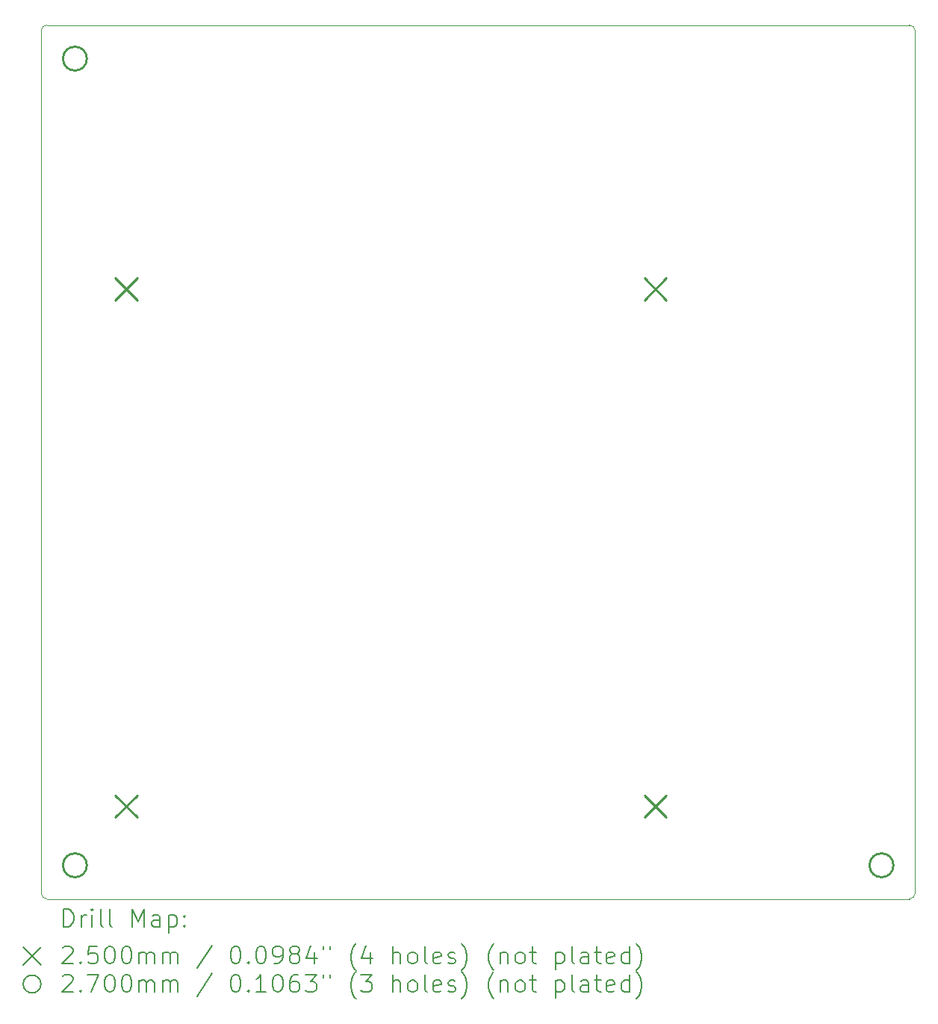
<source format=gbr>
%TF.GenerationSoftware,KiCad,Pcbnew,6.0.9-8da3e8f707~116~ubuntu20.04.1*%
%TF.CreationDate,2022-12-22T22:59:13+01:00*%
%TF.ProjectId,display_10dig,64697370-6c61-4795-9f31-306469672e6b,rev?*%
%TF.SameCoordinates,Original*%
%TF.FileFunction,Drillmap*%
%TF.FilePolarity,Positive*%
%FSLAX45Y45*%
G04 Gerber Fmt 4.5, Leading zero omitted, Abs format (unit mm)*
G04 Created by KiCad (PCBNEW 6.0.9-8da3e8f707~116~ubuntu20.04.1) date 2022-12-22 22:59:13*
%MOMM*%
%LPD*%
G01*
G04 APERTURE LIST*
%ADD10C,0.100000*%
%ADD11C,0.200000*%
%ADD12C,0.250000*%
%ADD13C,0.270000*%
G04 APERTURE END LIST*
D10*
X6159500Y-4572000D02*
X15938500Y-4572000D01*
X15938500Y-14478000D02*
G75*
G03*
X16002000Y-14414500I0J63500D01*
G01*
X16002000Y-4635500D02*
X16002000Y-14414500D01*
X15938500Y-14478000D02*
X6159500Y-14478000D01*
X6159500Y-4572000D02*
G75*
G03*
X6096000Y-4635500I0J-63500D01*
G01*
X6096000Y-14414500D02*
G75*
G03*
X6159500Y-14478000I63500J0D01*
G01*
X16002000Y-4635500D02*
G75*
G03*
X15938500Y-4572000I-63500J0D01*
G01*
X6096000Y-14414500D02*
X6096000Y-4635500D01*
D11*
D12*
X6933400Y-7441400D02*
X7183400Y-7691400D01*
X7183400Y-7441400D02*
X6933400Y-7691400D01*
X6933400Y-13301400D02*
X7183400Y-13551400D01*
X7183400Y-13301400D02*
X6933400Y-13551400D01*
X12933400Y-7441400D02*
X13183400Y-7691400D01*
X13183400Y-7441400D02*
X12933400Y-7691400D01*
X12933400Y-13301400D02*
X13183400Y-13551400D01*
X13183400Y-13301400D02*
X12933400Y-13551400D01*
D13*
X6612000Y-4953000D02*
G75*
G03*
X6612000Y-4953000I-135000J0D01*
G01*
X6612000Y-14097000D02*
G75*
G03*
X6612000Y-14097000I-135000J0D01*
G01*
X15756000Y-14097000D02*
G75*
G03*
X15756000Y-14097000I-135000J0D01*
G01*
D11*
X6348619Y-14793476D02*
X6348619Y-14593476D01*
X6396238Y-14593476D01*
X6424809Y-14603000D01*
X6443857Y-14622048D01*
X6453381Y-14641095D01*
X6462905Y-14679190D01*
X6462905Y-14707762D01*
X6453381Y-14745857D01*
X6443857Y-14764905D01*
X6424809Y-14783952D01*
X6396238Y-14793476D01*
X6348619Y-14793476D01*
X6548619Y-14793476D02*
X6548619Y-14660143D01*
X6548619Y-14698238D02*
X6558143Y-14679190D01*
X6567667Y-14669667D01*
X6586714Y-14660143D01*
X6605762Y-14660143D01*
X6672428Y-14793476D02*
X6672428Y-14660143D01*
X6672428Y-14593476D02*
X6662905Y-14603000D01*
X6672428Y-14612524D01*
X6681952Y-14603000D01*
X6672428Y-14593476D01*
X6672428Y-14612524D01*
X6796238Y-14793476D02*
X6777190Y-14783952D01*
X6767667Y-14764905D01*
X6767667Y-14593476D01*
X6901000Y-14793476D02*
X6881952Y-14783952D01*
X6872428Y-14764905D01*
X6872428Y-14593476D01*
X7129571Y-14793476D02*
X7129571Y-14593476D01*
X7196238Y-14736333D01*
X7262905Y-14593476D01*
X7262905Y-14793476D01*
X7443857Y-14793476D02*
X7443857Y-14688714D01*
X7434333Y-14669667D01*
X7415286Y-14660143D01*
X7377190Y-14660143D01*
X7358143Y-14669667D01*
X7443857Y-14783952D02*
X7424809Y-14793476D01*
X7377190Y-14793476D01*
X7358143Y-14783952D01*
X7348619Y-14764905D01*
X7348619Y-14745857D01*
X7358143Y-14726809D01*
X7377190Y-14717286D01*
X7424809Y-14717286D01*
X7443857Y-14707762D01*
X7539095Y-14660143D02*
X7539095Y-14860143D01*
X7539095Y-14669667D02*
X7558143Y-14660143D01*
X7596238Y-14660143D01*
X7615286Y-14669667D01*
X7624809Y-14679190D01*
X7634333Y-14698238D01*
X7634333Y-14755381D01*
X7624809Y-14774428D01*
X7615286Y-14783952D01*
X7596238Y-14793476D01*
X7558143Y-14793476D01*
X7539095Y-14783952D01*
X7720048Y-14774428D02*
X7729571Y-14783952D01*
X7720048Y-14793476D01*
X7710524Y-14783952D01*
X7720048Y-14774428D01*
X7720048Y-14793476D01*
X7720048Y-14669667D02*
X7729571Y-14679190D01*
X7720048Y-14688714D01*
X7710524Y-14679190D01*
X7720048Y-14669667D01*
X7720048Y-14688714D01*
X5891000Y-15023000D02*
X6091000Y-15223000D01*
X6091000Y-15023000D02*
X5891000Y-15223000D01*
X6339095Y-15032524D02*
X6348619Y-15023000D01*
X6367667Y-15013476D01*
X6415286Y-15013476D01*
X6434333Y-15023000D01*
X6443857Y-15032524D01*
X6453381Y-15051571D01*
X6453381Y-15070619D01*
X6443857Y-15099190D01*
X6329571Y-15213476D01*
X6453381Y-15213476D01*
X6539095Y-15194428D02*
X6548619Y-15203952D01*
X6539095Y-15213476D01*
X6529571Y-15203952D01*
X6539095Y-15194428D01*
X6539095Y-15213476D01*
X6729571Y-15013476D02*
X6634333Y-15013476D01*
X6624809Y-15108714D01*
X6634333Y-15099190D01*
X6653381Y-15089667D01*
X6701000Y-15089667D01*
X6720048Y-15099190D01*
X6729571Y-15108714D01*
X6739095Y-15127762D01*
X6739095Y-15175381D01*
X6729571Y-15194428D01*
X6720048Y-15203952D01*
X6701000Y-15213476D01*
X6653381Y-15213476D01*
X6634333Y-15203952D01*
X6624809Y-15194428D01*
X6862905Y-15013476D02*
X6881952Y-15013476D01*
X6901000Y-15023000D01*
X6910524Y-15032524D01*
X6920048Y-15051571D01*
X6929571Y-15089667D01*
X6929571Y-15137286D01*
X6920048Y-15175381D01*
X6910524Y-15194428D01*
X6901000Y-15203952D01*
X6881952Y-15213476D01*
X6862905Y-15213476D01*
X6843857Y-15203952D01*
X6834333Y-15194428D01*
X6824809Y-15175381D01*
X6815286Y-15137286D01*
X6815286Y-15089667D01*
X6824809Y-15051571D01*
X6834333Y-15032524D01*
X6843857Y-15023000D01*
X6862905Y-15013476D01*
X7053381Y-15013476D02*
X7072428Y-15013476D01*
X7091476Y-15023000D01*
X7101000Y-15032524D01*
X7110524Y-15051571D01*
X7120048Y-15089667D01*
X7120048Y-15137286D01*
X7110524Y-15175381D01*
X7101000Y-15194428D01*
X7091476Y-15203952D01*
X7072428Y-15213476D01*
X7053381Y-15213476D01*
X7034333Y-15203952D01*
X7024809Y-15194428D01*
X7015286Y-15175381D01*
X7005762Y-15137286D01*
X7005762Y-15089667D01*
X7015286Y-15051571D01*
X7024809Y-15032524D01*
X7034333Y-15023000D01*
X7053381Y-15013476D01*
X7205762Y-15213476D02*
X7205762Y-15080143D01*
X7205762Y-15099190D02*
X7215286Y-15089667D01*
X7234333Y-15080143D01*
X7262905Y-15080143D01*
X7281952Y-15089667D01*
X7291476Y-15108714D01*
X7291476Y-15213476D01*
X7291476Y-15108714D02*
X7301000Y-15089667D01*
X7320048Y-15080143D01*
X7348619Y-15080143D01*
X7367667Y-15089667D01*
X7377190Y-15108714D01*
X7377190Y-15213476D01*
X7472428Y-15213476D02*
X7472428Y-15080143D01*
X7472428Y-15099190D02*
X7481952Y-15089667D01*
X7501000Y-15080143D01*
X7529571Y-15080143D01*
X7548619Y-15089667D01*
X7558143Y-15108714D01*
X7558143Y-15213476D01*
X7558143Y-15108714D02*
X7567667Y-15089667D01*
X7586714Y-15080143D01*
X7615286Y-15080143D01*
X7634333Y-15089667D01*
X7643857Y-15108714D01*
X7643857Y-15213476D01*
X8034333Y-15003952D02*
X7862905Y-15261095D01*
X8291476Y-15013476D02*
X8310524Y-15013476D01*
X8329571Y-15023000D01*
X8339095Y-15032524D01*
X8348619Y-15051571D01*
X8358143Y-15089667D01*
X8358143Y-15137286D01*
X8348619Y-15175381D01*
X8339095Y-15194428D01*
X8329571Y-15203952D01*
X8310524Y-15213476D01*
X8291476Y-15213476D01*
X8272428Y-15203952D01*
X8262905Y-15194428D01*
X8253381Y-15175381D01*
X8243857Y-15137286D01*
X8243857Y-15089667D01*
X8253381Y-15051571D01*
X8262905Y-15032524D01*
X8272428Y-15023000D01*
X8291476Y-15013476D01*
X8443857Y-15194428D02*
X8453381Y-15203952D01*
X8443857Y-15213476D01*
X8434333Y-15203952D01*
X8443857Y-15194428D01*
X8443857Y-15213476D01*
X8577190Y-15013476D02*
X8596238Y-15013476D01*
X8615286Y-15023000D01*
X8624810Y-15032524D01*
X8634333Y-15051571D01*
X8643857Y-15089667D01*
X8643857Y-15137286D01*
X8634333Y-15175381D01*
X8624810Y-15194428D01*
X8615286Y-15203952D01*
X8596238Y-15213476D01*
X8577190Y-15213476D01*
X8558143Y-15203952D01*
X8548619Y-15194428D01*
X8539095Y-15175381D01*
X8529571Y-15137286D01*
X8529571Y-15089667D01*
X8539095Y-15051571D01*
X8548619Y-15032524D01*
X8558143Y-15023000D01*
X8577190Y-15013476D01*
X8739095Y-15213476D02*
X8777190Y-15213476D01*
X8796238Y-15203952D01*
X8805762Y-15194428D01*
X8824810Y-15165857D01*
X8834333Y-15127762D01*
X8834333Y-15051571D01*
X8824810Y-15032524D01*
X8815286Y-15023000D01*
X8796238Y-15013476D01*
X8758143Y-15013476D01*
X8739095Y-15023000D01*
X8729571Y-15032524D01*
X8720048Y-15051571D01*
X8720048Y-15099190D01*
X8729571Y-15118238D01*
X8739095Y-15127762D01*
X8758143Y-15137286D01*
X8796238Y-15137286D01*
X8815286Y-15127762D01*
X8824810Y-15118238D01*
X8834333Y-15099190D01*
X8948619Y-15099190D02*
X8929571Y-15089667D01*
X8920048Y-15080143D01*
X8910524Y-15061095D01*
X8910524Y-15051571D01*
X8920048Y-15032524D01*
X8929571Y-15023000D01*
X8948619Y-15013476D01*
X8986714Y-15013476D01*
X9005762Y-15023000D01*
X9015286Y-15032524D01*
X9024810Y-15051571D01*
X9024810Y-15061095D01*
X9015286Y-15080143D01*
X9005762Y-15089667D01*
X8986714Y-15099190D01*
X8948619Y-15099190D01*
X8929571Y-15108714D01*
X8920048Y-15118238D01*
X8910524Y-15137286D01*
X8910524Y-15175381D01*
X8920048Y-15194428D01*
X8929571Y-15203952D01*
X8948619Y-15213476D01*
X8986714Y-15213476D01*
X9005762Y-15203952D01*
X9015286Y-15194428D01*
X9024810Y-15175381D01*
X9024810Y-15137286D01*
X9015286Y-15118238D01*
X9005762Y-15108714D01*
X8986714Y-15099190D01*
X9196238Y-15080143D02*
X9196238Y-15213476D01*
X9148619Y-15003952D02*
X9101000Y-15146809D01*
X9224810Y-15146809D01*
X9291476Y-15013476D02*
X9291476Y-15051571D01*
X9367667Y-15013476D02*
X9367667Y-15051571D01*
X9662905Y-15289667D02*
X9653381Y-15280143D01*
X9634333Y-15251571D01*
X9624810Y-15232524D01*
X9615286Y-15203952D01*
X9605762Y-15156333D01*
X9605762Y-15118238D01*
X9615286Y-15070619D01*
X9624810Y-15042048D01*
X9634333Y-15023000D01*
X9653381Y-14994428D01*
X9662905Y-14984905D01*
X9824810Y-15080143D02*
X9824810Y-15213476D01*
X9777190Y-15003952D02*
X9729571Y-15146809D01*
X9853381Y-15146809D01*
X10081952Y-15213476D02*
X10081952Y-15013476D01*
X10167667Y-15213476D02*
X10167667Y-15108714D01*
X10158143Y-15089667D01*
X10139095Y-15080143D01*
X10110524Y-15080143D01*
X10091476Y-15089667D01*
X10081952Y-15099190D01*
X10291476Y-15213476D02*
X10272429Y-15203952D01*
X10262905Y-15194428D01*
X10253381Y-15175381D01*
X10253381Y-15118238D01*
X10262905Y-15099190D01*
X10272429Y-15089667D01*
X10291476Y-15080143D01*
X10320048Y-15080143D01*
X10339095Y-15089667D01*
X10348619Y-15099190D01*
X10358143Y-15118238D01*
X10358143Y-15175381D01*
X10348619Y-15194428D01*
X10339095Y-15203952D01*
X10320048Y-15213476D01*
X10291476Y-15213476D01*
X10472429Y-15213476D02*
X10453381Y-15203952D01*
X10443857Y-15184905D01*
X10443857Y-15013476D01*
X10624810Y-15203952D02*
X10605762Y-15213476D01*
X10567667Y-15213476D01*
X10548619Y-15203952D01*
X10539095Y-15184905D01*
X10539095Y-15108714D01*
X10548619Y-15089667D01*
X10567667Y-15080143D01*
X10605762Y-15080143D01*
X10624810Y-15089667D01*
X10634333Y-15108714D01*
X10634333Y-15127762D01*
X10539095Y-15146809D01*
X10710524Y-15203952D02*
X10729571Y-15213476D01*
X10767667Y-15213476D01*
X10786714Y-15203952D01*
X10796238Y-15184905D01*
X10796238Y-15175381D01*
X10786714Y-15156333D01*
X10767667Y-15146809D01*
X10739095Y-15146809D01*
X10720048Y-15137286D01*
X10710524Y-15118238D01*
X10710524Y-15108714D01*
X10720048Y-15089667D01*
X10739095Y-15080143D01*
X10767667Y-15080143D01*
X10786714Y-15089667D01*
X10862905Y-15289667D02*
X10872429Y-15280143D01*
X10891476Y-15251571D01*
X10901000Y-15232524D01*
X10910524Y-15203952D01*
X10920048Y-15156333D01*
X10920048Y-15118238D01*
X10910524Y-15070619D01*
X10901000Y-15042048D01*
X10891476Y-15023000D01*
X10872429Y-14994428D01*
X10862905Y-14984905D01*
X11224809Y-15289667D02*
X11215286Y-15280143D01*
X11196238Y-15251571D01*
X11186714Y-15232524D01*
X11177190Y-15203952D01*
X11167667Y-15156333D01*
X11167667Y-15118238D01*
X11177190Y-15070619D01*
X11186714Y-15042048D01*
X11196238Y-15023000D01*
X11215286Y-14994428D01*
X11224809Y-14984905D01*
X11301000Y-15080143D02*
X11301000Y-15213476D01*
X11301000Y-15099190D02*
X11310524Y-15089667D01*
X11329571Y-15080143D01*
X11358143Y-15080143D01*
X11377190Y-15089667D01*
X11386714Y-15108714D01*
X11386714Y-15213476D01*
X11510524Y-15213476D02*
X11491476Y-15203952D01*
X11481952Y-15194428D01*
X11472428Y-15175381D01*
X11472428Y-15118238D01*
X11481952Y-15099190D01*
X11491476Y-15089667D01*
X11510524Y-15080143D01*
X11539095Y-15080143D01*
X11558143Y-15089667D01*
X11567667Y-15099190D01*
X11577190Y-15118238D01*
X11577190Y-15175381D01*
X11567667Y-15194428D01*
X11558143Y-15203952D01*
X11539095Y-15213476D01*
X11510524Y-15213476D01*
X11634333Y-15080143D02*
X11710524Y-15080143D01*
X11662905Y-15013476D02*
X11662905Y-15184905D01*
X11672428Y-15203952D01*
X11691476Y-15213476D01*
X11710524Y-15213476D01*
X11929571Y-15080143D02*
X11929571Y-15280143D01*
X11929571Y-15089667D02*
X11948619Y-15080143D01*
X11986714Y-15080143D01*
X12005762Y-15089667D01*
X12015286Y-15099190D01*
X12024809Y-15118238D01*
X12024809Y-15175381D01*
X12015286Y-15194428D01*
X12005762Y-15203952D01*
X11986714Y-15213476D01*
X11948619Y-15213476D01*
X11929571Y-15203952D01*
X12139095Y-15213476D02*
X12120048Y-15203952D01*
X12110524Y-15184905D01*
X12110524Y-15013476D01*
X12301000Y-15213476D02*
X12301000Y-15108714D01*
X12291476Y-15089667D01*
X12272428Y-15080143D01*
X12234333Y-15080143D01*
X12215286Y-15089667D01*
X12301000Y-15203952D02*
X12281952Y-15213476D01*
X12234333Y-15213476D01*
X12215286Y-15203952D01*
X12205762Y-15184905D01*
X12205762Y-15165857D01*
X12215286Y-15146809D01*
X12234333Y-15137286D01*
X12281952Y-15137286D01*
X12301000Y-15127762D01*
X12367667Y-15080143D02*
X12443857Y-15080143D01*
X12396238Y-15013476D02*
X12396238Y-15184905D01*
X12405762Y-15203952D01*
X12424809Y-15213476D01*
X12443857Y-15213476D01*
X12586714Y-15203952D02*
X12567667Y-15213476D01*
X12529571Y-15213476D01*
X12510524Y-15203952D01*
X12501000Y-15184905D01*
X12501000Y-15108714D01*
X12510524Y-15089667D01*
X12529571Y-15080143D01*
X12567667Y-15080143D01*
X12586714Y-15089667D01*
X12596238Y-15108714D01*
X12596238Y-15127762D01*
X12501000Y-15146809D01*
X12767667Y-15213476D02*
X12767667Y-15013476D01*
X12767667Y-15203952D02*
X12748619Y-15213476D01*
X12710524Y-15213476D01*
X12691476Y-15203952D01*
X12681952Y-15194428D01*
X12672428Y-15175381D01*
X12672428Y-15118238D01*
X12681952Y-15099190D01*
X12691476Y-15089667D01*
X12710524Y-15080143D01*
X12748619Y-15080143D01*
X12767667Y-15089667D01*
X12843857Y-15289667D02*
X12853381Y-15280143D01*
X12872428Y-15251571D01*
X12881952Y-15232524D01*
X12891476Y-15203952D01*
X12901000Y-15156333D01*
X12901000Y-15118238D01*
X12891476Y-15070619D01*
X12881952Y-15042048D01*
X12872428Y-15023000D01*
X12853381Y-14994428D01*
X12843857Y-14984905D01*
X6091000Y-15443000D02*
G75*
G03*
X6091000Y-15443000I-100000J0D01*
G01*
X6339095Y-15352524D02*
X6348619Y-15343000D01*
X6367667Y-15333476D01*
X6415286Y-15333476D01*
X6434333Y-15343000D01*
X6443857Y-15352524D01*
X6453381Y-15371571D01*
X6453381Y-15390619D01*
X6443857Y-15419190D01*
X6329571Y-15533476D01*
X6453381Y-15533476D01*
X6539095Y-15514428D02*
X6548619Y-15523952D01*
X6539095Y-15533476D01*
X6529571Y-15523952D01*
X6539095Y-15514428D01*
X6539095Y-15533476D01*
X6615286Y-15333476D02*
X6748619Y-15333476D01*
X6662905Y-15533476D01*
X6862905Y-15333476D02*
X6881952Y-15333476D01*
X6901000Y-15343000D01*
X6910524Y-15352524D01*
X6920048Y-15371571D01*
X6929571Y-15409667D01*
X6929571Y-15457286D01*
X6920048Y-15495381D01*
X6910524Y-15514428D01*
X6901000Y-15523952D01*
X6881952Y-15533476D01*
X6862905Y-15533476D01*
X6843857Y-15523952D01*
X6834333Y-15514428D01*
X6824809Y-15495381D01*
X6815286Y-15457286D01*
X6815286Y-15409667D01*
X6824809Y-15371571D01*
X6834333Y-15352524D01*
X6843857Y-15343000D01*
X6862905Y-15333476D01*
X7053381Y-15333476D02*
X7072428Y-15333476D01*
X7091476Y-15343000D01*
X7101000Y-15352524D01*
X7110524Y-15371571D01*
X7120048Y-15409667D01*
X7120048Y-15457286D01*
X7110524Y-15495381D01*
X7101000Y-15514428D01*
X7091476Y-15523952D01*
X7072428Y-15533476D01*
X7053381Y-15533476D01*
X7034333Y-15523952D01*
X7024809Y-15514428D01*
X7015286Y-15495381D01*
X7005762Y-15457286D01*
X7005762Y-15409667D01*
X7015286Y-15371571D01*
X7024809Y-15352524D01*
X7034333Y-15343000D01*
X7053381Y-15333476D01*
X7205762Y-15533476D02*
X7205762Y-15400143D01*
X7205762Y-15419190D02*
X7215286Y-15409667D01*
X7234333Y-15400143D01*
X7262905Y-15400143D01*
X7281952Y-15409667D01*
X7291476Y-15428714D01*
X7291476Y-15533476D01*
X7291476Y-15428714D02*
X7301000Y-15409667D01*
X7320048Y-15400143D01*
X7348619Y-15400143D01*
X7367667Y-15409667D01*
X7377190Y-15428714D01*
X7377190Y-15533476D01*
X7472428Y-15533476D02*
X7472428Y-15400143D01*
X7472428Y-15419190D02*
X7481952Y-15409667D01*
X7501000Y-15400143D01*
X7529571Y-15400143D01*
X7548619Y-15409667D01*
X7558143Y-15428714D01*
X7558143Y-15533476D01*
X7558143Y-15428714D02*
X7567667Y-15409667D01*
X7586714Y-15400143D01*
X7615286Y-15400143D01*
X7634333Y-15409667D01*
X7643857Y-15428714D01*
X7643857Y-15533476D01*
X8034333Y-15323952D02*
X7862905Y-15581095D01*
X8291476Y-15333476D02*
X8310524Y-15333476D01*
X8329571Y-15343000D01*
X8339095Y-15352524D01*
X8348619Y-15371571D01*
X8358143Y-15409667D01*
X8358143Y-15457286D01*
X8348619Y-15495381D01*
X8339095Y-15514428D01*
X8329571Y-15523952D01*
X8310524Y-15533476D01*
X8291476Y-15533476D01*
X8272428Y-15523952D01*
X8262905Y-15514428D01*
X8253381Y-15495381D01*
X8243857Y-15457286D01*
X8243857Y-15409667D01*
X8253381Y-15371571D01*
X8262905Y-15352524D01*
X8272428Y-15343000D01*
X8291476Y-15333476D01*
X8443857Y-15514428D02*
X8453381Y-15523952D01*
X8443857Y-15533476D01*
X8434333Y-15523952D01*
X8443857Y-15514428D01*
X8443857Y-15533476D01*
X8643857Y-15533476D02*
X8529571Y-15533476D01*
X8586714Y-15533476D02*
X8586714Y-15333476D01*
X8567667Y-15362048D01*
X8548619Y-15381095D01*
X8529571Y-15390619D01*
X8767667Y-15333476D02*
X8786714Y-15333476D01*
X8805762Y-15343000D01*
X8815286Y-15352524D01*
X8824810Y-15371571D01*
X8834333Y-15409667D01*
X8834333Y-15457286D01*
X8824810Y-15495381D01*
X8815286Y-15514428D01*
X8805762Y-15523952D01*
X8786714Y-15533476D01*
X8767667Y-15533476D01*
X8748619Y-15523952D01*
X8739095Y-15514428D01*
X8729571Y-15495381D01*
X8720048Y-15457286D01*
X8720048Y-15409667D01*
X8729571Y-15371571D01*
X8739095Y-15352524D01*
X8748619Y-15343000D01*
X8767667Y-15333476D01*
X9005762Y-15333476D02*
X8967667Y-15333476D01*
X8948619Y-15343000D01*
X8939095Y-15352524D01*
X8920048Y-15381095D01*
X8910524Y-15419190D01*
X8910524Y-15495381D01*
X8920048Y-15514428D01*
X8929571Y-15523952D01*
X8948619Y-15533476D01*
X8986714Y-15533476D01*
X9005762Y-15523952D01*
X9015286Y-15514428D01*
X9024810Y-15495381D01*
X9024810Y-15447762D01*
X9015286Y-15428714D01*
X9005762Y-15419190D01*
X8986714Y-15409667D01*
X8948619Y-15409667D01*
X8929571Y-15419190D01*
X8920048Y-15428714D01*
X8910524Y-15447762D01*
X9091476Y-15333476D02*
X9215286Y-15333476D01*
X9148619Y-15409667D01*
X9177190Y-15409667D01*
X9196238Y-15419190D01*
X9205762Y-15428714D01*
X9215286Y-15447762D01*
X9215286Y-15495381D01*
X9205762Y-15514428D01*
X9196238Y-15523952D01*
X9177190Y-15533476D01*
X9120048Y-15533476D01*
X9101000Y-15523952D01*
X9091476Y-15514428D01*
X9291476Y-15333476D02*
X9291476Y-15371571D01*
X9367667Y-15333476D02*
X9367667Y-15371571D01*
X9662905Y-15609667D02*
X9653381Y-15600143D01*
X9634333Y-15571571D01*
X9624810Y-15552524D01*
X9615286Y-15523952D01*
X9605762Y-15476333D01*
X9605762Y-15438238D01*
X9615286Y-15390619D01*
X9624810Y-15362048D01*
X9634333Y-15343000D01*
X9653381Y-15314428D01*
X9662905Y-15304905D01*
X9720048Y-15333476D02*
X9843857Y-15333476D01*
X9777190Y-15409667D01*
X9805762Y-15409667D01*
X9824810Y-15419190D01*
X9834333Y-15428714D01*
X9843857Y-15447762D01*
X9843857Y-15495381D01*
X9834333Y-15514428D01*
X9824810Y-15523952D01*
X9805762Y-15533476D01*
X9748619Y-15533476D01*
X9729571Y-15523952D01*
X9720048Y-15514428D01*
X10081952Y-15533476D02*
X10081952Y-15333476D01*
X10167667Y-15533476D02*
X10167667Y-15428714D01*
X10158143Y-15409667D01*
X10139095Y-15400143D01*
X10110524Y-15400143D01*
X10091476Y-15409667D01*
X10081952Y-15419190D01*
X10291476Y-15533476D02*
X10272429Y-15523952D01*
X10262905Y-15514428D01*
X10253381Y-15495381D01*
X10253381Y-15438238D01*
X10262905Y-15419190D01*
X10272429Y-15409667D01*
X10291476Y-15400143D01*
X10320048Y-15400143D01*
X10339095Y-15409667D01*
X10348619Y-15419190D01*
X10358143Y-15438238D01*
X10358143Y-15495381D01*
X10348619Y-15514428D01*
X10339095Y-15523952D01*
X10320048Y-15533476D01*
X10291476Y-15533476D01*
X10472429Y-15533476D02*
X10453381Y-15523952D01*
X10443857Y-15504905D01*
X10443857Y-15333476D01*
X10624810Y-15523952D02*
X10605762Y-15533476D01*
X10567667Y-15533476D01*
X10548619Y-15523952D01*
X10539095Y-15504905D01*
X10539095Y-15428714D01*
X10548619Y-15409667D01*
X10567667Y-15400143D01*
X10605762Y-15400143D01*
X10624810Y-15409667D01*
X10634333Y-15428714D01*
X10634333Y-15447762D01*
X10539095Y-15466809D01*
X10710524Y-15523952D02*
X10729571Y-15533476D01*
X10767667Y-15533476D01*
X10786714Y-15523952D01*
X10796238Y-15504905D01*
X10796238Y-15495381D01*
X10786714Y-15476333D01*
X10767667Y-15466809D01*
X10739095Y-15466809D01*
X10720048Y-15457286D01*
X10710524Y-15438238D01*
X10710524Y-15428714D01*
X10720048Y-15409667D01*
X10739095Y-15400143D01*
X10767667Y-15400143D01*
X10786714Y-15409667D01*
X10862905Y-15609667D02*
X10872429Y-15600143D01*
X10891476Y-15571571D01*
X10901000Y-15552524D01*
X10910524Y-15523952D01*
X10920048Y-15476333D01*
X10920048Y-15438238D01*
X10910524Y-15390619D01*
X10901000Y-15362048D01*
X10891476Y-15343000D01*
X10872429Y-15314428D01*
X10862905Y-15304905D01*
X11224809Y-15609667D02*
X11215286Y-15600143D01*
X11196238Y-15571571D01*
X11186714Y-15552524D01*
X11177190Y-15523952D01*
X11167667Y-15476333D01*
X11167667Y-15438238D01*
X11177190Y-15390619D01*
X11186714Y-15362048D01*
X11196238Y-15343000D01*
X11215286Y-15314428D01*
X11224809Y-15304905D01*
X11301000Y-15400143D02*
X11301000Y-15533476D01*
X11301000Y-15419190D02*
X11310524Y-15409667D01*
X11329571Y-15400143D01*
X11358143Y-15400143D01*
X11377190Y-15409667D01*
X11386714Y-15428714D01*
X11386714Y-15533476D01*
X11510524Y-15533476D02*
X11491476Y-15523952D01*
X11481952Y-15514428D01*
X11472428Y-15495381D01*
X11472428Y-15438238D01*
X11481952Y-15419190D01*
X11491476Y-15409667D01*
X11510524Y-15400143D01*
X11539095Y-15400143D01*
X11558143Y-15409667D01*
X11567667Y-15419190D01*
X11577190Y-15438238D01*
X11577190Y-15495381D01*
X11567667Y-15514428D01*
X11558143Y-15523952D01*
X11539095Y-15533476D01*
X11510524Y-15533476D01*
X11634333Y-15400143D02*
X11710524Y-15400143D01*
X11662905Y-15333476D02*
X11662905Y-15504905D01*
X11672428Y-15523952D01*
X11691476Y-15533476D01*
X11710524Y-15533476D01*
X11929571Y-15400143D02*
X11929571Y-15600143D01*
X11929571Y-15409667D02*
X11948619Y-15400143D01*
X11986714Y-15400143D01*
X12005762Y-15409667D01*
X12015286Y-15419190D01*
X12024809Y-15438238D01*
X12024809Y-15495381D01*
X12015286Y-15514428D01*
X12005762Y-15523952D01*
X11986714Y-15533476D01*
X11948619Y-15533476D01*
X11929571Y-15523952D01*
X12139095Y-15533476D02*
X12120048Y-15523952D01*
X12110524Y-15504905D01*
X12110524Y-15333476D01*
X12301000Y-15533476D02*
X12301000Y-15428714D01*
X12291476Y-15409667D01*
X12272428Y-15400143D01*
X12234333Y-15400143D01*
X12215286Y-15409667D01*
X12301000Y-15523952D02*
X12281952Y-15533476D01*
X12234333Y-15533476D01*
X12215286Y-15523952D01*
X12205762Y-15504905D01*
X12205762Y-15485857D01*
X12215286Y-15466809D01*
X12234333Y-15457286D01*
X12281952Y-15457286D01*
X12301000Y-15447762D01*
X12367667Y-15400143D02*
X12443857Y-15400143D01*
X12396238Y-15333476D02*
X12396238Y-15504905D01*
X12405762Y-15523952D01*
X12424809Y-15533476D01*
X12443857Y-15533476D01*
X12586714Y-15523952D02*
X12567667Y-15533476D01*
X12529571Y-15533476D01*
X12510524Y-15523952D01*
X12501000Y-15504905D01*
X12501000Y-15428714D01*
X12510524Y-15409667D01*
X12529571Y-15400143D01*
X12567667Y-15400143D01*
X12586714Y-15409667D01*
X12596238Y-15428714D01*
X12596238Y-15447762D01*
X12501000Y-15466809D01*
X12767667Y-15533476D02*
X12767667Y-15333476D01*
X12767667Y-15523952D02*
X12748619Y-15533476D01*
X12710524Y-15533476D01*
X12691476Y-15523952D01*
X12681952Y-15514428D01*
X12672428Y-15495381D01*
X12672428Y-15438238D01*
X12681952Y-15419190D01*
X12691476Y-15409667D01*
X12710524Y-15400143D01*
X12748619Y-15400143D01*
X12767667Y-15409667D01*
X12843857Y-15609667D02*
X12853381Y-15600143D01*
X12872428Y-15571571D01*
X12881952Y-15552524D01*
X12891476Y-15523952D01*
X12901000Y-15476333D01*
X12901000Y-15438238D01*
X12891476Y-15390619D01*
X12881952Y-15362048D01*
X12872428Y-15343000D01*
X12853381Y-15314428D01*
X12843857Y-15304905D01*
M02*

</source>
